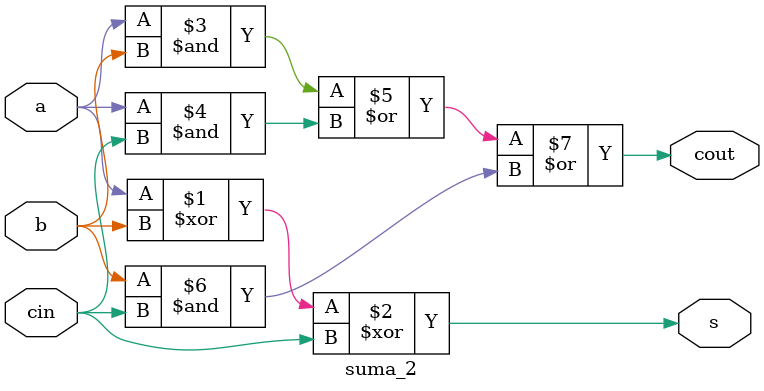
<source format=v>
`timescale 1ns / 1ps
module suma_2(input a,b,cin, output s,cout);

assign s = a ^ b ^ cin;
assign cout = a & b | a & cin | b & cin;


endmodule

</source>
